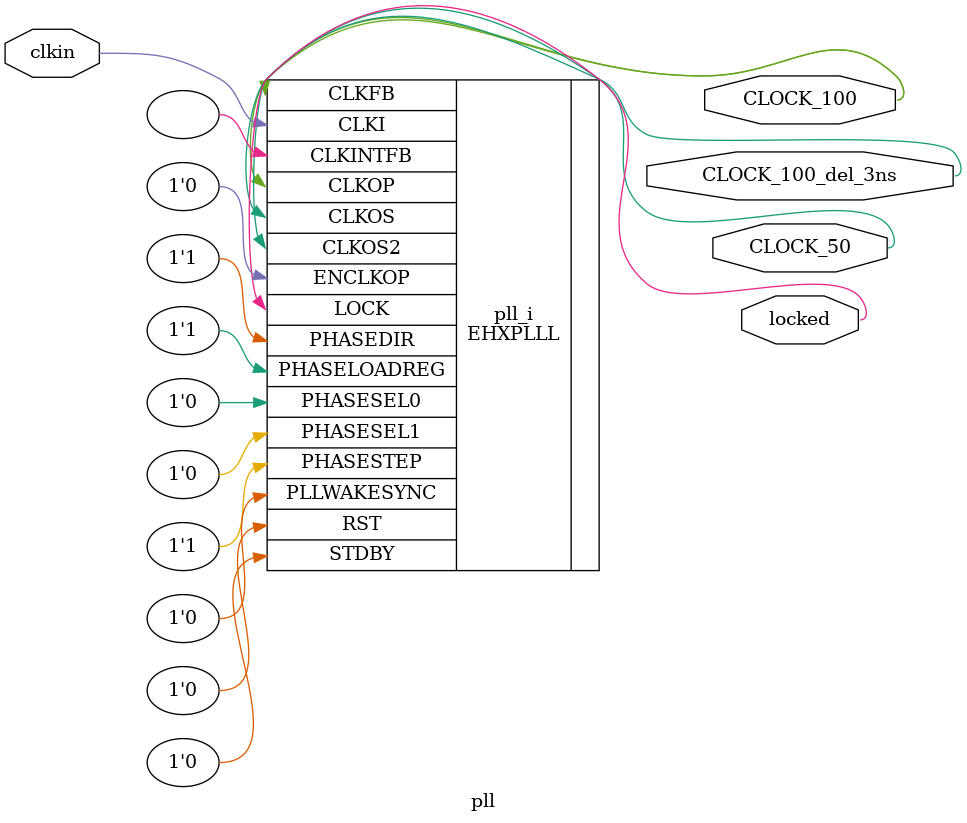
<source format=v>
module pll
(
    input clkin, // 25 MHz, 0 deg
    output CLOCK_100, // 100 MHz, 0 deg
    output CLOCK_100_del_3ns, // 100 MHz, 90 deg
    output CLOCK_50, // 50 MHz, 0 deg
    output locked
);
(* FREQUENCY_PIN_CLKI="25" *)
(* FREQUENCY_PIN_CLKOP="100" *)
(* FREQUENCY_PIN_CLKOS="100" *)
(* FREQUENCY_PIN_CLKOS2="50" *)
(* ICP_CURRENT="12" *) (* LPF_RESISTOR="8" *) (* MFG_ENABLE_FILTEROPAMP="1" *) (* MFG_GMCREF_SEL="2" *)
EHXPLLL #(
        .PLLRST_ENA("DISABLED"),
        .INTFB_WAKE("DISABLED"),
        .STDBY_ENABLE("DISABLED"),
        .DPHASE_SOURCE("DISABLED"),
        .OUTDIVIDER_MUXA("DIVA"),
        .OUTDIVIDER_MUXB("DIVB"),
        .OUTDIVIDER_MUXC("DIVC"),
        .OUTDIVIDER_MUXD("DIVD"),
        .CLKI_DIV(1),
        .CLKOP_ENABLE("ENABLED"),
        .CLKOP_DIV(6),
        .CLKOP_CPHASE(2),
        .CLKOP_FPHASE(0),
        .CLKOS_ENABLE("ENABLED"),
        .CLKOS_DIV(6),
        .CLKOS_CPHASE(3),
        .CLKOS_FPHASE(4),
        .CLKOS2_ENABLE("ENABLED"),
        .CLKOS2_DIV(12),
        .CLKOS2_CPHASE(2),
        .CLKOS2_FPHASE(0),
        .FEEDBK_PATH("CLKOP"),
        .CLKFB_DIV(4)
    ) pll_i (
        .RST(1'b0),
        .STDBY(1'b0),
        .CLKI(clkin),
        .CLKOP(CLOCK_100),
        .CLKOS(CLOCK_100_del_3ns),
        .CLKOS2(CLOCK_50),
        .CLKFB(CLOCK_100),
        .CLKINTFB(),
        .PHASESEL0(1'b0),
        .PHASESEL1(1'b0),
        .PHASEDIR(1'b1),
        .PHASESTEP(1'b1),
        .PHASELOADREG(1'b1),
        .PLLWAKESYNC(1'b0),
        .ENCLKOP(1'b0),
        .LOCK(locked)
	);
endmodule

</source>
